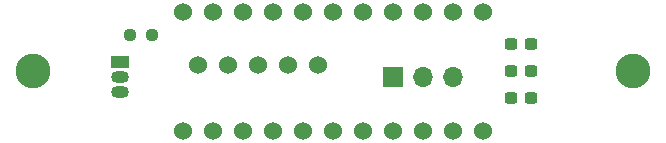
<source format=gbr>
%TF.GenerationSoftware,KiCad,Pcbnew,7.0.7*%
%TF.CreationDate,2024-03-26T15:52:03-05:00*%
%TF.ProjectId,RamanCCDBoard,52616d61-6e43-4434-9442-6f6172642e6b,rev?*%
%TF.SameCoordinates,Original*%
%TF.FileFunction,Soldermask,Bot*%
%TF.FilePolarity,Negative*%
%FSLAX46Y46*%
G04 Gerber Fmt 4.6, Leading zero omitted, Abs format (unit mm)*
G04 Created by KiCad (PCBNEW 7.0.7) date 2024-03-26 15:52:03*
%MOMM*%
%LPD*%
G01*
G04 APERTURE LIST*
G04 Aperture macros list*
%AMRoundRect*
0 Rectangle with rounded corners*
0 $1 Rounding radius*
0 $2 $3 $4 $5 $6 $7 $8 $9 X,Y pos of 4 corners*
0 Add a 4 corners polygon primitive as box body*
4,1,4,$2,$3,$4,$5,$6,$7,$8,$9,$2,$3,0*
0 Add four circle primitives for the rounded corners*
1,1,$1+$1,$2,$3*
1,1,$1+$1,$4,$5*
1,1,$1+$1,$6,$7*
1,1,$1+$1,$8,$9*
0 Add four rect primitives between the rounded corners*
20,1,$1+$1,$2,$3,$4,$5,0*
20,1,$1+$1,$4,$5,$6,$7,0*
20,1,$1+$1,$6,$7,$8,$9,0*
20,1,$1+$1,$8,$9,$2,$3,0*%
G04 Aperture macros list end*
%ADD10C,1.524000*%
%ADD11C,2.946400*%
%ADD12RoundRect,0.237500X0.300000X0.237500X-0.300000X0.237500X-0.300000X-0.237500X0.300000X-0.237500X0*%
%ADD13R,1.500000X1.050000*%
%ADD14O,1.500000X1.050000*%
%ADD15RoundRect,0.237500X0.250000X0.237500X-0.250000X0.237500X-0.250000X-0.237500X0.250000X-0.237500X0*%
%ADD16R,1.700000X1.700000*%
%ADD17O,1.700000X1.700000*%
G04 APERTURE END LIST*
D10*
%TO.C,U1*%
X55626000Y-32004000D03*
X58166000Y-32004000D03*
X60706000Y-32004000D03*
X63246000Y-32004000D03*
X65786000Y-32004000D03*
X68326000Y-32004000D03*
X70866000Y-32004000D03*
X73406000Y-32004000D03*
X75946000Y-32004000D03*
X78486000Y-32004000D03*
X81026000Y-32004000D03*
X81026000Y-22004000D03*
X78486000Y-22004000D03*
X75946000Y-22004000D03*
X73406000Y-22004000D03*
X70866000Y-22004000D03*
X68326000Y-22004000D03*
X65786000Y-22004000D03*
X63246000Y-22004000D03*
X60706000Y-22004000D03*
X58166000Y-22004000D03*
X55626000Y-22004000D03*
%TD*%
D11*
%TO.C,V2*%
X93726000Y-26924000D03*
%TD*%
%TO.C,V1*%
X42926000Y-26924000D03*
%TD*%
D12*
%TO.C,C3*%
X85090000Y-26924000D03*
X83365000Y-26924000D03*
%TD*%
D13*
%TO.C,Q2*%
X50292000Y-26162000D03*
D14*
X50292000Y-27432000D03*
X50292000Y-28702000D03*
%TD*%
D12*
%TO.C,C2*%
X85090000Y-29210000D03*
X83365000Y-29210000D03*
%TD*%
D15*
%TO.C,R1*%
X52982500Y-23876000D03*
X51157500Y-23876000D03*
%TD*%
D10*
%TO.C,Conn1*%
X56896000Y-26416000D03*
X59436000Y-26416000D03*
X61976000Y-26416000D03*
X64516000Y-26416000D03*
X67056000Y-26416000D03*
%TD*%
D12*
%TO.C,C1*%
X85090000Y-24638000D03*
X83365000Y-24638000D03*
%TD*%
D16*
%TO.C,J1*%
X73406000Y-27432000D03*
D17*
X75946000Y-27432000D03*
X78486000Y-27432000D03*
%TD*%
M02*

</source>
